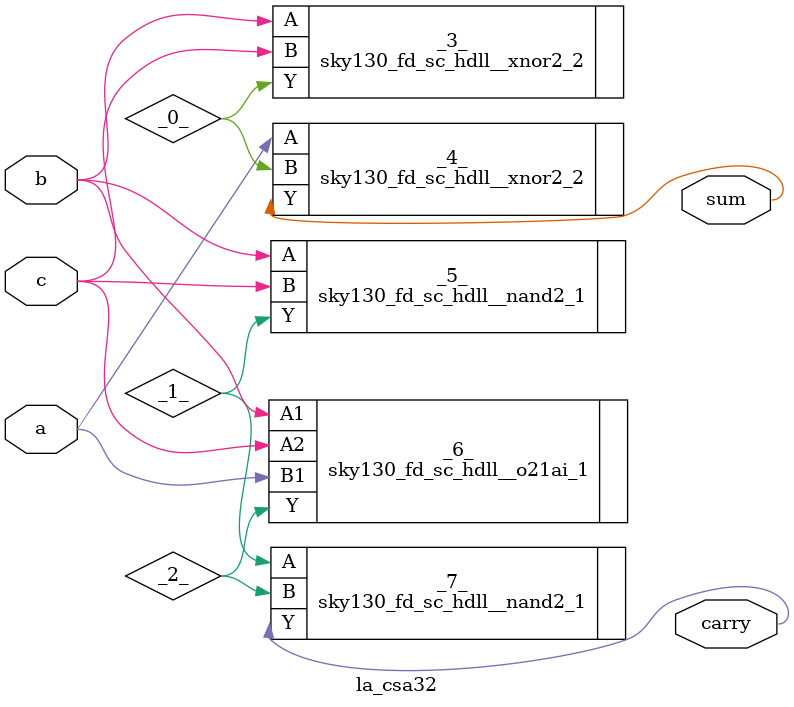
<source format=v>

/* Generated by Yosys 0.44 (git sha1 80ba43d26, g++ 11.4.0-1ubuntu1~22.04 -fPIC -O3) */

(* top =  1  *)
(* src = "generated" *)
module la_csa32 (
    a,
    b,
    c,
    sum,
    carry
);
  wire _0_;
  wire _1_;
  wire _2_;
  (* src = "generated" *)
  input a;
  wire a;
  (* src = "generated" *)
  input b;
  wire b;
  (* src = "generated" *)
  input c;
  wire c;
  (* src = "generated" *)
  output carry;
  wire carry;
  (* src = "generated" *)
  output sum;
  wire sum;
  sky130_fd_sc_hdll__xnor2_2 _3_ (
      .A(b),
      .B(c),
      .Y(_0_)
  );
  sky130_fd_sc_hdll__xnor2_2 _4_ (
      .A(a),
      .B(_0_),
      .Y(sum)
  );
  sky130_fd_sc_hdll__nand2_1 _5_ (
      .A(b),
      .B(c),
      .Y(_1_)
  );
  sky130_fd_sc_hdll__o21ai_1 _6_ (
      .A1(b),
      .A2(c),
      .B1(a),
      .Y (_2_)
  );
  sky130_fd_sc_hdll__nand2_1 _7_ (
      .A(_1_),
      .B(_2_),
      .Y(carry)
  );
endmodule

</source>
